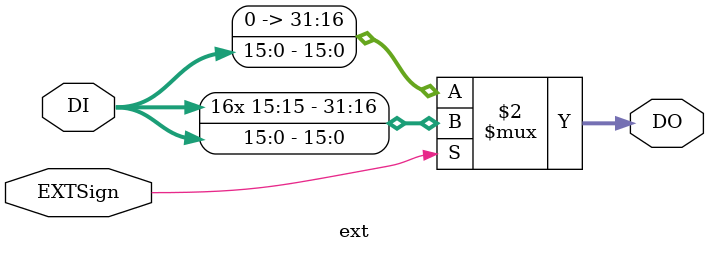
<source format=v>
`timescale 1ns / 1ps
module ext(
		input EXTSign,
		input [15:0] DI,
		output [31:0] DO
	);
	assign DO=(EXTSign==0?{{16{1'b0}},DI}:{{16{DI[15]}},DI});
endmodule

</source>
